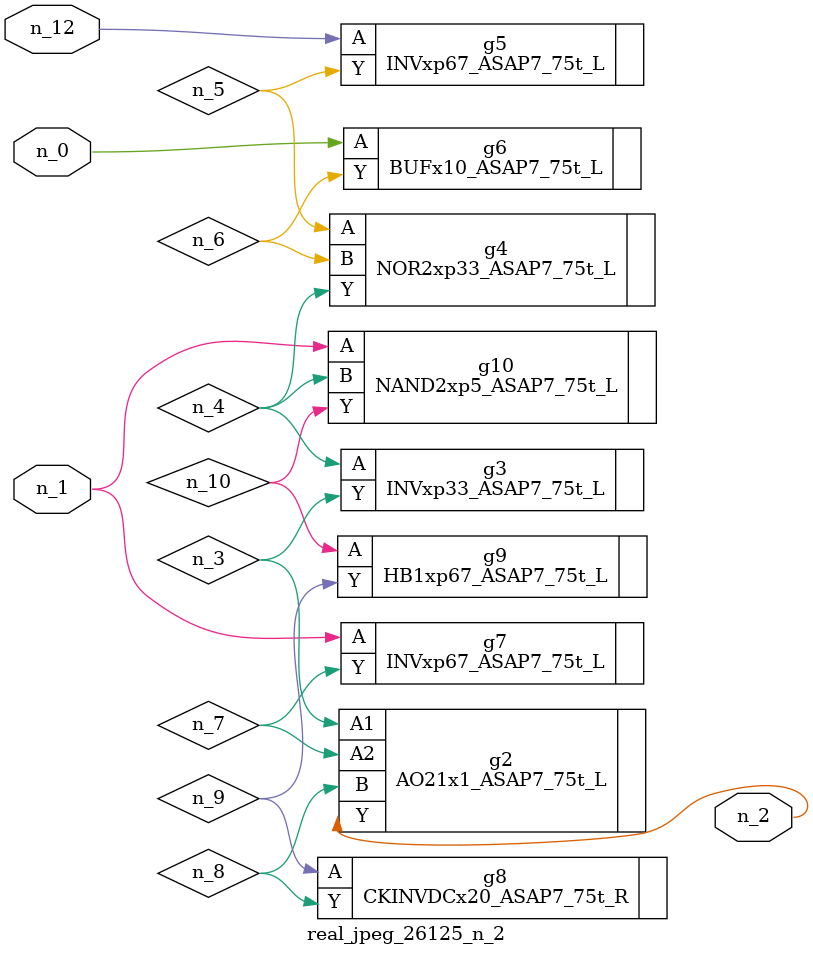
<source format=v>
module real_jpeg_26125_n_2 (n_12, n_1, n_0, n_2);

input n_12;
input n_1;
input n_0;

output n_2;

wire n_5;
wire n_4;
wire n_8;
wire n_6;
wire n_7;
wire n_3;
wire n_10;
wire n_9;

BUFx10_ASAP7_75t_L g6 ( 
.A(n_0),
.Y(n_6)
);

INVxp67_ASAP7_75t_L g7 ( 
.A(n_1),
.Y(n_7)
);

NAND2xp5_ASAP7_75t_L g10 ( 
.A(n_1),
.B(n_4),
.Y(n_10)
);

AO21x1_ASAP7_75t_L g2 ( 
.A1(n_3),
.A2(n_7),
.B(n_8),
.Y(n_2)
);

INVxp33_ASAP7_75t_L g3 ( 
.A(n_4),
.Y(n_3)
);

NOR2xp33_ASAP7_75t_L g4 ( 
.A(n_5),
.B(n_6),
.Y(n_4)
);

CKINVDCx20_ASAP7_75t_R g8 ( 
.A(n_9),
.Y(n_8)
);

HB1xp67_ASAP7_75t_L g9 ( 
.A(n_10),
.Y(n_9)
);

INVxp67_ASAP7_75t_L g5 ( 
.A(n_12),
.Y(n_5)
);


endmodule
</source>
